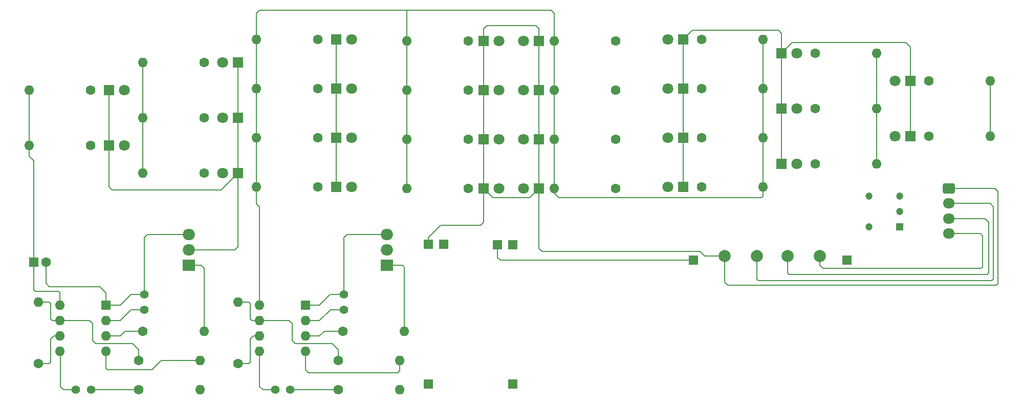
<source format=gbr>
%TF.GenerationSoftware,KiCad,Pcbnew,8.0.8*%
%TF.CreationDate,2025-03-28T10:57:28-04:00*%
%TF.ProjectId,rear_lights_unit,72656172-5f6c-4696-9768-74735f756e69,0*%
%TF.SameCoordinates,Original*%
%TF.FileFunction,Copper,L2,Bot*%
%TF.FilePolarity,Positive*%
%FSLAX46Y46*%
G04 Gerber Fmt 4.6, Leading zero omitted, Abs format (unit mm)*
G04 Created by KiCad (PCBNEW 8.0.8) date 2025-03-28 10:57:28*
%MOMM*%
%LPD*%
G01*
G04 APERTURE LIST*
G04 Aperture macros list*
%AMRoundRect*
0 Rectangle with rounded corners*
0 $1 Rounding radius*
0 $2 $3 $4 $5 $6 $7 $8 $9 X,Y pos of 4 corners*
0 Add a 4 corners polygon primitive as box body*
4,1,4,$2,$3,$4,$5,$6,$7,$8,$9,$2,$3,0*
0 Add four circle primitives for the rounded corners*
1,1,$1+$1,$2,$3*
1,1,$1+$1,$4,$5*
1,1,$1+$1,$6,$7*
1,1,$1+$1,$8,$9*
0 Add four rect primitives between the rounded corners*
20,1,$1+$1,$2,$3,$4,$5,0*
20,1,$1+$1,$4,$5,$6,$7,0*
20,1,$1+$1,$6,$7,$8,$9,0*
20,1,$1+$1,$8,$9,$2,$3,0*%
G04 Aperture macros list end*
%TA.AperFunction,ComponentPad*%
%ADD10R,2.000000X1.905000*%
%TD*%
%TA.AperFunction,ComponentPad*%
%ADD11O,2.000000X1.905000*%
%TD*%
%TA.AperFunction,ComponentPad*%
%ADD12R,1.800000X1.800000*%
%TD*%
%TA.AperFunction,ComponentPad*%
%ADD13C,1.800000*%
%TD*%
%TA.AperFunction,ComponentPad*%
%ADD14R,1.600000X1.600000*%
%TD*%
%TA.AperFunction,ComponentPad*%
%ADD15C,1.600000*%
%TD*%
%TA.AperFunction,ComponentPad*%
%ADD16O,1.600000X1.600000*%
%TD*%
%TA.AperFunction,ComponentPad*%
%ADD17R,1.524000X1.524000*%
%TD*%
%TA.AperFunction,ComponentPad*%
%ADD18C,1.400000*%
%TD*%
%TA.AperFunction,ComponentPad*%
%ADD19C,1.200000*%
%TD*%
%TA.AperFunction,ComponentPad*%
%ADD20R,1.200000X1.200000*%
%TD*%
%TA.AperFunction,ComponentPad*%
%ADD21C,2.000000*%
%TD*%
%TA.AperFunction,ComponentPad*%
%ADD22RoundRect,0.250000X-0.725000X0.600000X-0.725000X-0.600000X0.725000X-0.600000X0.725000X0.600000X0*%
%TD*%
%TA.AperFunction,ComponentPad*%
%ADD23O,1.950000X1.700000*%
%TD*%
%TA.AperFunction,Conductor*%
%ADD24C,0.200000*%
%TD*%
G04 APERTURE END LIST*
D10*
%TO.P,Q2,1,G*%
%TO.N,Net-(Q2-G)*%
X113030000Y-97282000D03*
D11*
%TO.P,Q2,2,D*%
%TO.N,Net-(D10-K)*%
X113030000Y-94742000D03*
%TO.P,Q2,3,S*%
%TO.N,GND*%
X113030000Y-92202000D03*
%TD*%
D10*
%TO.P,Q1,1,G*%
%TO.N,Net-(Q1-G)*%
X80264000Y-97282000D03*
D11*
%TO.P,Q1,2,D*%
%TO.N,Net-(D1-K)*%
X80264000Y-94742000D03*
%TO.P,Q1,3,S*%
%TO.N,GND*%
X80264000Y-92202000D03*
%TD*%
D12*
%TO.P,D1,1,K*%
%TO.N,Net-(D1-K)*%
X104638000Y-59944000D03*
D13*
%TO.P,D1,2,A*%
%TO.N,Net-(D1-A)*%
X107178000Y-59944000D03*
%TD*%
D12*
%TO.P,D11,1,K*%
%TO.N,Net-(D10-K)*%
X162052000Y-76200000D03*
D13*
%TO.P,D11,2,A*%
%TO.N,Net-(D11-A)*%
X159512000Y-76200000D03*
%TD*%
D12*
%TO.P,D23,1,K*%
%TO.N,GND*%
X138171000Y-76454000D03*
D13*
%TO.P,D23,2,A*%
%TO.N,Net-(D23-A)*%
X135631000Y-76454000D03*
%TD*%
D12*
%TO.P,D9,1,K*%
%TO.N,Net-(D10-K)*%
X162052000Y-59944000D03*
D13*
%TO.P,D9,2,A*%
%TO.N,Net-(D9-A)*%
X159512000Y-59944000D03*
%TD*%
D12*
%TO.P,D4,1,K*%
%TO.N,Net-(D1-K)*%
X104643000Y-84328000D03*
D13*
%TO.P,D4,2,A*%
%TO.N,Net-(D4-A)*%
X107183000Y-84328000D03*
%TD*%
D12*
%TO.P,D18,1,K*%
%TO.N,GND*%
X129022000Y-68326000D03*
D13*
%TO.P,D18,2,A*%
%TO.N,Net-(D18-A)*%
X131562000Y-68326000D03*
%TD*%
D12*
%TO.P,D25,1,K*%
%TO.N,Net-(D1-K)*%
X67046000Y-77470000D03*
D13*
%TO.P,D25,2,A*%
%TO.N,Net-(D25-A)*%
X69586000Y-77470000D03*
%TD*%
D12*
%TO.P,D14,1,K*%
%TO.N,Net-(D10-K)*%
X178303000Y-71374000D03*
D13*
%TO.P,D14,2,A*%
%TO.N,Net-(D14-A)*%
X180843000Y-71374000D03*
%TD*%
D12*
%TO.P,D12,1,K*%
%TO.N,Net-(D10-K)*%
X162052000Y-84328000D03*
D13*
%TO.P,D12,2,A*%
%TO.N,Net-(D12-A)*%
X159512000Y-84328000D03*
%TD*%
D12*
%TO.P,D24,1,K*%
%TO.N,GND*%
X138171000Y-84582000D03*
D13*
%TO.P,D24,2,A*%
%TO.N,Net-(D24-A)*%
X135631000Y-84582000D03*
%TD*%
D12*
%TO.P,D20,1,K*%
%TO.N,GND*%
X129017000Y-84582000D03*
D13*
%TO.P,D20,2,A*%
%TO.N,Net-(D20-A)*%
X131557000Y-84582000D03*
%TD*%
D12*
%TO.P,D7,1,K*%
%TO.N,Net-(D1-K)*%
X88387000Y-82042000D03*
D13*
%TO.P,D7,2,A*%
%TO.N,Net-(D7-A)*%
X85847000Y-82042000D03*
%TD*%
D12*
%TO.P,D6,1,K*%
%TO.N,Net-(D1-K)*%
X88387000Y-72898000D03*
D13*
%TO.P,D6,2,A*%
%TO.N,Net-(D6-A)*%
X85847000Y-72898000D03*
%TD*%
D12*
%TO.P,D17,1,K*%
%TO.N,GND*%
X129022000Y-60198000D03*
D13*
%TO.P,D17,2,A*%
%TO.N,Net-(D17-A)*%
X131562000Y-60198000D03*
%TD*%
D12*
%TO.P,D21,1,K*%
%TO.N,GND*%
X138171000Y-60198000D03*
D13*
%TO.P,D21,2,A*%
%TO.N,Net-(D21-A)*%
X135631000Y-60198000D03*
%TD*%
D12*
%TO.P,D13,1,K*%
%TO.N,Net-(D10-K)*%
X178298000Y-62230000D03*
D13*
%TO.P,D13,2,A*%
%TO.N,Net-(D13-A)*%
X180838000Y-62230000D03*
%TD*%
D12*
%TO.P,D22,1,K*%
%TO.N,GND*%
X138171000Y-68326000D03*
D13*
%TO.P,D22,2,A*%
%TO.N,Net-(D22-A)*%
X135631000Y-68326000D03*
%TD*%
D12*
%TO.P,D10,1,K*%
%TO.N,Net-(D10-K)*%
X162052000Y-68072000D03*
D13*
%TO.P,D10,2,A*%
%TO.N,Net-(D10-A)*%
X159512000Y-68072000D03*
%TD*%
D12*
%TO.P,D16,1,K*%
%TO.N,Net-(D10-K)*%
X199644000Y-66802000D03*
D13*
%TO.P,D16,2,A*%
%TO.N,Net-(D16-A)*%
X197104000Y-66802000D03*
%TD*%
D12*
%TO.P,D26,1,K*%
%TO.N,Net-(D10-K)*%
X199649000Y-75946000D03*
D13*
%TO.P,D26,2,A*%
%TO.N,Net-(D26-A)*%
X197109000Y-75946000D03*
%TD*%
D12*
%TO.P,D19,1,K*%
%TO.N,GND*%
X129022000Y-76454000D03*
D13*
%TO.P,D19,2,A*%
%TO.N,Net-(D19-A)*%
X131562000Y-76454000D03*
%TD*%
D12*
%TO.P,D15,1,K*%
%TO.N,Net-(D10-K)*%
X178298000Y-80518000D03*
D13*
%TO.P,D15,2,A*%
%TO.N,Net-(D15-A)*%
X180838000Y-80518000D03*
%TD*%
D12*
%TO.P,D3,1,K*%
%TO.N,Net-(D1-K)*%
X104643000Y-76200000D03*
D13*
%TO.P,D3,2,A*%
%TO.N,Net-(D3-A)*%
X107183000Y-76200000D03*
%TD*%
D12*
%TO.P,D8,1,K*%
%TO.N,Net-(D1-K)*%
X67046000Y-68326000D03*
D13*
%TO.P,D8,2,A*%
%TO.N,Net-(D8-A)*%
X69586000Y-68326000D03*
%TD*%
D12*
%TO.P,D2,1,K*%
%TO.N,Net-(D1-K)*%
X104638000Y-68072000D03*
D13*
%TO.P,D2,2,A*%
%TO.N,Net-(D2-A)*%
X107178000Y-68072000D03*
%TD*%
D12*
%TO.P,D5,1,K*%
%TO.N,Net-(D1-K)*%
X88387000Y-63754000D03*
D13*
%TO.P,D5,2,A*%
%TO.N,Net-(D5-A)*%
X85847000Y-63754000D03*
%TD*%
D14*
%TO.P,C5,1*%
%TO.N,V_BATT*%
X54610000Y-96774000D03*
D15*
%TO.P,C5,2*%
%TO.N,GND*%
X56610000Y-96774000D03*
%TD*%
%TO.P,R4,1*%
%TO.N,Net-(D4-A)*%
X101595000Y-84328000D03*
D16*
%TO.P,R4,2*%
%TO.N,V_BATT*%
X91435000Y-84328000D03*
%TD*%
D17*
%TO.P,U3,1,V_USB*%
%TO.N,unconnected-(U3-V_USB-Pad1)*%
X133888000Y-116952000D03*
%TO.P,U3,2,GND_USB*%
%TO.N,unconnected-(U3-GND_USB-Pad2)*%
X119888000Y-116952000D03*
%TO.P,U3,3,B+*%
%TO.N,Net-(BT1-+)*%
X131348000Y-93952000D03*
%TO.P,U3,4,B-*%
%TO.N,Net-(BT1--)*%
X122428000Y-93842000D03*
%TO.P,U3,5,OUT+*%
%TO.N,Net-(SW2-A)*%
X133888000Y-93952000D03*
%TO.P,U3,6,OUT-*%
%TO.N,GND*%
X119888000Y-93842000D03*
%TD*%
D18*
%TO.P,C4,1*%
%TO.N,GND*%
X105875000Y-102138000D03*
%TO.P,C4,2*%
%TO.N,Net-(U2-THR)*%
X105875000Y-104638000D03*
%TD*%
D15*
%TO.P,R12,1*%
%TO.N,Net-(D12-A)*%
X165095000Y-84328000D03*
D16*
%TO.P,R12,2*%
%TO.N,V_BATT*%
X175255000Y-84328000D03*
%TD*%
D15*
%TO.P,R27,1*%
%TO.N,Net-(U1-Q)*%
X72644000Y-108204000D03*
D16*
%TO.P,R27,2*%
%TO.N,Net-(Q1-G)*%
X82804000Y-108204000D03*
%TD*%
D15*
%TO.P,R7,1*%
%TO.N,Net-(D7-A)*%
X82799000Y-82042000D03*
D16*
%TO.P,R7,2*%
%TO.N,V_BATT*%
X72639000Y-82042000D03*
%TD*%
D15*
%TO.P,R16,1*%
%TO.N,Net-(D16-A)*%
X202687000Y-66802000D03*
D16*
%TO.P,R16,2*%
%TO.N,V_BATT*%
X212847000Y-66802000D03*
%TD*%
D15*
%TO.P,R29,1*%
%TO.N,Net-(U2-DIS)*%
X104945000Y-113030000D03*
D16*
%TO.P,R29,2*%
%TO.N,RIGHT_TURN_EN*%
X115105000Y-113030000D03*
%TD*%
D15*
%TO.P,R32,1*%
%TO.N,Net-(U2-Q)*%
X105707000Y-108204000D03*
D16*
%TO.P,R32,2*%
%TO.N,Net-(Q2-G)*%
X115867000Y-108204000D03*
%TD*%
D19*
%TO.P,SW2,*%
%TO.N,*%
X192786000Y-90932000D03*
X192786000Y-85852000D03*
D20*
%TO.P,SW2,1,A*%
%TO.N,Net-(SW2-A)*%
X197866000Y-90932000D03*
D19*
%TO.P,SW2,2,B*%
%TO.N,V_BATT*%
X197866000Y-88392000D03*
%TO.P,SW2,3*%
%TO.N,N/C*%
X197866000Y-85852000D03*
%TD*%
D15*
%TO.P,R20,1*%
%TO.N,Net-(D20-A)*%
X126487000Y-84582000D03*
D16*
%TO.P,R20,2*%
%TO.N,V_BATT*%
X116327000Y-84582000D03*
%TD*%
D15*
%TO.P,R5,1*%
%TO.N,Net-(D5-A)*%
X82799000Y-63754000D03*
D16*
%TO.P,R5,2*%
%TO.N,V_BATT*%
X72639000Y-63754000D03*
%TD*%
D15*
%TO.P,R17,1*%
%TO.N,Net-(D17-A)*%
X126487000Y-60198000D03*
D16*
%TO.P,R17,2*%
%TO.N,V_BATT*%
X116327000Y-60198000D03*
%TD*%
D21*
%TO.P,TP1,1,1*%
%TO.N,V_BATT*%
X184658000Y-95758000D03*
%TD*%
D15*
%TO.P,R34,1*%
%TO.N,Net-(D26-A)*%
X202687000Y-75946000D03*
D16*
%TO.P,R34,2*%
%TO.N,V_BATT*%
X212847000Y-75946000D03*
%TD*%
D15*
%TO.P,R10,1*%
%TO.N,Net-(D10-A)*%
X165095000Y-68072000D03*
D16*
%TO.P,R10,2*%
%TO.N,V_BATT*%
X175255000Y-68072000D03*
%TD*%
D15*
%TO.P,R19,1*%
%TO.N,Net-(D19-A)*%
X126487000Y-76454000D03*
D16*
%TO.P,R19,2*%
%TO.N,V_BATT*%
X116327000Y-76454000D03*
%TD*%
D18*
%TO.P,C1,1*%
%TO.N,Net-(U1-CV)*%
X61574000Y-117856000D03*
%TO.P,C1,2*%
%TO.N,GND*%
X64074000Y-117856000D03*
%TD*%
D14*
%TO.P,U2,1,GND*%
%TO.N,GND*%
X99568000Y-103896000D03*
D16*
%TO.P,U2,2,TR*%
%TO.N,Net-(U2-THR)*%
X99568000Y-106436000D03*
%TO.P,U2,3,Q*%
%TO.N,Net-(U2-Q)*%
X99568000Y-108976000D03*
%TO.P,U2,4,R*%
%TO.N,RIGHT_TURN_EN*%
X99568000Y-111516000D03*
%TO.P,U2,5,CV*%
%TO.N,Net-(U2-CV)*%
X91948000Y-111516000D03*
%TO.P,U2,6,THR*%
%TO.N,Net-(U2-THR)*%
X91948000Y-108976000D03*
%TO.P,U2,7,DIS*%
%TO.N,Net-(U2-DIS)*%
X91948000Y-106436000D03*
%TO.P,U2,8,VCC*%
%TO.N,V_BATT*%
X91948000Y-103896000D03*
%TD*%
D21*
%TO.P,TP4,1,1*%
%TO.N,RIGHT_TURN_EN*%
X174244000Y-95758000D03*
%TD*%
D15*
%TO.P,R15,1*%
%TO.N,Net-(D15-A)*%
X183891000Y-80518000D03*
D16*
%TO.P,R15,2*%
%TO.N,V_BATT*%
X194051000Y-80518000D03*
%TD*%
D15*
%TO.P,R26,1*%
%TO.N,Net-(U1-THR)*%
X55372000Y-113548000D03*
D16*
%TO.P,R26,2*%
%TO.N,Net-(U1-DIS)*%
X55372000Y-103388000D03*
%TD*%
D15*
%TO.P,R2,1*%
%TO.N,Net-(D2-A)*%
X101595000Y-68072000D03*
D16*
%TO.P,R2,2*%
%TO.N,V_BATT*%
X91435000Y-68072000D03*
%TD*%
D18*
%TO.P,C2,1*%
%TO.N,GND*%
X72898000Y-102138000D03*
%TO.P,C2,2*%
%TO.N,Net-(U1-THR)*%
X72898000Y-104638000D03*
%TD*%
D15*
%TO.P,R30,1*%
%TO.N,Net-(U2-THR)*%
X88349000Y-113548000D03*
D16*
%TO.P,R30,2*%
%TO.N,Net-(U2-DIS)*%
X88349000Y-103388000D03*
%TD*%
D22*
%TO.P,J1,1,Pin_1*%
%TO.N,GND*%
X205994000Y-84582000D03*
D23*
%TO.P,J1,2,Pin_2*%
%TO.N,RIGHT_TURN_EN*%
X205994000Y-87082000D03*
%TO.P,J1,3,Pin_3*%
%TO.N,LEFT_TURN_EN*%
X205994000Y-89582000D03*
%TO.P,J1,4,Pin_4*%
%TO.N,V_BATT*%
X205994000Y-92082000D03*
%TD*%
D21*
%TO.P,TP2,1,1*%
%TO.N,GND*%
X168910000Y-95758000D03*
%TD*%
D15*
%TO.P,R31,1*%
%TO.N,GND*%
X104945000Y-117856000D03*
D16*
%TO.P,R31,2*%
%TO.N,Net-(Q2-G)*%
X115105000Y-117856000D03*
%TD*%
D15*
%TO.P,R14,1*%
%TO.N,Net-(D14-A)*%
X183891000Y-71374000D03*
D16*
%TO.P,R14,2*%
%TO.N,V_BATT*%
X194051000Y-71374000D03*
%TD*%
D17*
%TO.P,BT1,1,+*%
%TO.N,Net-(BT1-+)*%
X163705100Y-96482100D03*
%TO.P,BT1,2,-*%
%TO.N,Net-(BT1--)*%
X189105100Y-96482100D03*
%TD*%
D15*
%TO.P,R33,1*%
%TO.N,Net-(D25-A)*%
X64003000Y-77470000D03*
D16*
%TO.P,R33,2*%
%TO.N,V_BATT*%
X53843000Y-77470000D03*
%TD*%
D15*
%TO.P,R11,1*%
%TO.N,Net-(D11-A)*%
X165095000Y-76200000D03*
D16*
%TO.P,R11,2*%
%TO.N,V_BATT*%
X175255000Y-76200000D03*
%TD*%
D15*
%TO.P,R21,1*%
%TO.N,Net-(D21-A)*%
X150871000Y-60198000D03*
D16*
%TO.P,R21,2*%
%TO.N,V_BATT*%
X140711000Y-60198000D03*
%TD*%
D15*
%TO.P,R18,1*%
%TO.N,Net-(D18-A)*%
X126487000Y-68326000D03*
D16*
%TO.P,R18,2*%
%TO.N,V_BATT*%
X116327000Y-68326000D03*
%TD*%
D15*
%TO.P,R25,1*%
%TO.N,Net-(U1-DIS)*%
X71968000Y-113030000D03*
D16*
%TO.P,R25,2*%
%TO.N,LEFT_TURN_EN*%
X82128000Y-113030000D03*
%TD*%
D15*
%TO.P,R22,1*%
%TO.N,Net-(D22-A)*%
X150871000Y-68326000D03*
D16*
%TO.P,R22,2*%
%TO.N,V_BATT*%
X140711000Y-68326000D03*
%TD*%
D15*
%TO.P,R28,1*%
%TO.N,GND*%
X71968000Y-117856000D03*
D16*
%TO.P,R28,2*%
%TO.N,Net-(Q1-G)*%
X82128000Y-117856000D03*
%TD*%
D15*
%TO.P,R3,1*%
%TO.N,Net-(D3-A)*%
X101595000Y-76200000D03*
D16*
%TO.P,R3,2*%
%TO.N,V_BATT*%
X91435000Y-76200000D03*
%TD*%
D15*
%TO.P,R23,1*%
%TO.N,Net-(D23-A)*%
X150871000Y-76454000D03*
D16*
%TO.P,R23,2*%
%TO.N,V_BATT*%
X140711000Y-76454000D03*
%TD*%
D15*
%TO.P,R1,1*%
%TO.N,Net-(D1-A)*%
X101595000Y-59944000D03*
D16*
%TO.P,R1,2*%
%TO.N,V_BATT*%
X91435000Y-59944000D03*
%TD*%
D18*
%TO.P,C3,1*%
%TO.N,Net-(U2-CV)*%
X94551000Y-117856000D03*
%TO.P,C3,2*%
%TO.N,GND*%
X97051000Y-117856000D03*
%TD*%
D15*
%TO.P,R9,1*%
%TO.N,Net-(D9-A)*%
X165095000Y-59944000D03*
D16*
%TO.P,R9,2*%
%TO.N,V_BATT*%
X175255000Y-59944000D03*
%TD*%
D14*
%TO.P,U1,1,GND*%
%TO.N,GND*%
X66538000Y-103896000D03*
D16*
%TO.P,U1,2,TR*%
%TO.N,Net-(U1-THR)*%
X66538000Y-106436000D03*
%TO.P,U1,3,Q*%
%TO.N,Net-(U1-Q)*%
X66538000Y-108976000D03*
%TO.P,U1,4,R*%
%TO.N,LEFT_TURN_EN*%
X66538000Y-111516000D03*
%TO.P,U1,5,CV*%
%TO.N,Net-(U1-CV)*%
X58918000Y-111516000D03*
%TO.P,U1,6,THR*%
%TO.N,Net-(U1-THR)*%
X58918000Y-108976000D03*
%TO.P,U1,7,DIS*%
%TO.N,Net-(U1-DIS)*%
X58918000Y-106436000D03*
%TO.P,U1,8,VCC*%
%TO.N,V_BATT*%
X58918000Y-103896000D03*
%TD*%
D15*
%TO.P,R6,1*%
%TO.N,Net-(D6-A)*%
X82799000Y-72898000D03*
D16*
%TO.P,R6,2*%
%TO.N,V_BATT*%
X72639000Y-72898000D03*
%TD*%
D21*
%TO.P,TP3,1,1*%
%TO.N,LEFT_TURN_EN*%
X179324000Y-95758000D03*
%TD*%
D15*
%TO.P,R24,1*%
%TO.N,Net-(D24-A)*%
X150871000Y-84582000D03*
D16*
%TO.P,R24,2*%
%TO.N,V_BATT*%
X140711000Y-84582000D03*
%TD*%
D15*
%TO.P,R8,1*%
%TO.N,Net-(D8-A)*%
X64003000Y-68326000D03*
D16*
%TO.P,R8,2*%
%TO.N,V_BATT*%
X53843000Y-68326000D03*
%TD*%
D15*
%TO.P,R13,1*%
%TO.N,Net-(D13-A)*%
X183891000Y-62230000D03*
D16*
%TO.P,R13,2*%
%TO.N,V_BATT*%
X194051000Y-62230000D03*
%TD*%
D24*
%TO.N,V_BATT*%
X116327000Y-60198000D02*
X116327000Y-55123000D01*
X116327000Y-55123000D02*
X116332000Y-55118000D01*
X116332000Y-55118000D02*
X115316000Y-55118000D01*
X140208000Y-55118000D02*
X116332000Y-55118000D01*
X140716000Y-55626000D02*
X140208000Y-55118000D01*
X140711000Y-60198000D02*
X140711000Y-55631000D01*
X140711000Y-55631000D02*
X140716000Y-55626000D01*
X91948000Y-55118000D02*
X115316000Y-55118000D01*
%TO.N,GND*%
X138171000Y-94483000D02*
X138684000Y-94996000D01*
X138171000Y-84582000D02*
X138171000Y-94483000D01*
X165608000Y-95758000D02*
X168910000Y-95758000D01*
X164846000Y-94996000D02*
X165608000Y-95758000D01*
X138684000Y-94996000D02*
X164846000Y-94996000D01*
%TO.N,Net-(D1-K)*%
X88387000Y-94229000D02*
X88387000Y-82042000D01*
X87884000Y-94742000D02*
X88392000Y-94234000D01*
X88392000Y-94234000D02*
X88387000Y-94229000D01*
X80264000Y-94742000D02*
X87884000Y-94742000D01*
X85598000Y-84836000D02*
X69088000Y-84836000D01*
X88387000Y-82042000D02*
X88387000Y-82047000D01*
X67564000Y-84836000D02*
X69088000Y-84836000D01*
X88387000Y-82047000D02*
X85598000Y-84836000D01*
X67046000Y-84318000D02*
X67564000Y-84836000D01*
X67046000Y-77470000D02*
X67046000Y-84318000D01*
%TO.N,V_BATT*%
X53848000Y-78994000D02*
X53843000Y-78989000D01*
X53848000Y-79248000D02*
X53848000Y-78994000D01*
X54610000Y-80010000D02*
X53848000Y-79248000D01*
X54610000Y-96774000D02*
X54610000Y-80010000D01*
X53843000Y-78989000D02*
X53843000Y-77470000D01*
%TO.N,Net-(Q1-G)*%
X82296000Y-97282000D02*
X80264000Y-97282000D01*
X82804000Y-97790000D02*
X82296000Y-97282000D01*
X82804000Y-108204000D02*
X82804000Y-97790000D01*
%TO.N,Net-(U1-Q)*%
X72644000Y-108204000D02*
X69682000Y-108204000D01*
%TO.N,Net-(Q2-G)*%
X115570000Y-97282000D02*
X113030000Y-97282000D01*
X115867000Y-97579000D02*
X115570000Y-97282000D01*
X115867000Y-108204000D02*
X115867000Y-97579000D01*
X115867000Y-108204000D02*
X115824000Y-108204000D01*
%TO.N,Net-(D10-K)*%
X178303000Y-71125000D02*
X178298000Y-71120000D01*
X178298000Y-71120000D02*
X178298000Y-62230000D01*
X178303000Y-71374000D02*
X178303000Y-71125000D01*
X178298000Y-71379000D02*
X178303000Y-71374000D01*
X178298000Y-80518000D02*
X178298000Y-71379000D01*
%TO.N,Net-(D1-K)*%
X104638000Y-68072000D02*
X104638000Y-59944000D01*
X104643000Y-68077000D02*
X104638000Y-68072000D01*
X104643000Y-76200000D02*
X104643000Y-68077000D01*
X104643000Y-84328000D02*
X104643000Y-76200000D01*
%TO.N,V_BATT*%
X91435000Y-55631000D02*
X91948000Y-55118000D01*
X91435000Y-59944000D02*
X91435000Y-55631000D01*
X91435000Y-87117000D02*
X91435000Y-84328000D01*
X91948000Y-87630000D02*
X91435000Y-87117000D01*
X91948000Y-103896000D02*
X91948000Y-87630000D01*
%TO.N,GND*%
X138171000Y-84582000D02*
X138171000Y-84587000D01*
X130556000Y-86106000D02*
X136652000Y-86106000D01*
X138171000Y-84587000D02*
X136652000Y-86106000D01*
%TO.N,Net-(U1-CV)*%
X59522000Y-117856000D02*
X59004000Y-117338000D01*
X61574000Y-117856000D02*
X59522000Y-117856000D01*
X59004000Y-117338000D02*
X59004000Y-111516000D01*
%TO.N,GND*%
X105875000Y-102138000D02*
X103645000Y-102138000D01*
X66634000Y-103906000D02*
X66624000Y-103896000D01*
X65532000Y-100838000D02*
X66548000Y-101854000D01*
X213868000Y-100584000D02*
X214122000Y-100330000D01*
X113030000Y-92202000D02*
X106383000Y-92202000D01*
X97051000Y-117856000D02*
X104945000Y-117856000D01*
X72898000Y-102138000D02*
X70668000Y-102138000D01*
X138171000Y-76454000D02*
X138171000Y-68326000D01*
X70668000Y-102138000D02*
X68910000Y-103896000D01*
X129017000Y-90170000D02*
X129017000Y-84582000D01*
X129017000Y-84582000D02*
X129032000Y-84582000D01*
X129022000Y-58684000D02*
X129022000Y-60198000D01*
X129032000Y-58166000D02*
X129032000Y-58674000D01*
X57150000Y-100838000D02*
X65532000Y-100838000D01*
X68910000Y-103896000D02*
X66624000Y-103896000D01*
X129032000Y-84582000D02*
X130556000Y-86106000D01*
X168910000Y-100076000D02*
X169418000Y-100584000D01*
X72898000Y-92710000D02*
X73406000Y-92202000D01*
X129022000Y-68326000D02*
X129022000Y-60198000D01*
X64074000Y-117856000D02*
X71968000Y-117856000D01*
X213614000Y-84582000D02*
X205994000Y-84582000D01*
X129540000Y-57658000D02*
X129032000Y-58166000D01*
X214122000Y-85090000D02*
X213614000Y-84582000D01*
X138171000Y-58171000D02*
X138176000Y-58166000D01*
X73406000Y-92202000D02*
X80264000Y-92202000D01*
X103645000Y-102138000D02*
X101887000Y-103896000D01*
X106383000Y-92202000D02*
X105875000Y-92710000D01*
X129017000Y-84582000D02*
X129017000Y-76459000D01*
X129017000Y-76459000D02*
X129022000Y-76454000D01*
X66538000Y-101864000D02*
X66538000Y-103896000D01*
X168910000Y-95758000D02*
X168910000Y-100076000D01*
X138171000Y-60198000D02*
X138171000Y-58171000D01*
X72898000Y-102138000D02*
X72898000Y-92710000D01*
X56610000Y-96774000D02*
X56610000Y-100298000D01*
X66548000Y-101854000D02*
X66538000Y-101864000D01*
X138176000Y-58166000D02*
X137668000Y-57658000D01*
X169418000Y-100584000D02*
X213868000Y-100584000D01*
X119888000Y-92710000D02*
X121920000Y-90678000D01*
X119888000Y-93842000D02*
X119888000Y-92710000D01*
X138171000Y-68326000D02*
X138171000Y-60198000D01*
X99611000Y-103906000D02*
X99601000Y-103896000D01*
X105875000Y-92710000D02*
X105875000Y-102138000D01*
X56610000Y-100298000D02*
X57150000Y-100838000D01*
X129032000Y-58674000D02*
X129022000Y-58684000D01*
X128509000Y-90678000D02*
X129017000Y-90170000D01*
X121920000Y-90678000D02*
X128509000Y-90678000D01*
X137668000Y-57658000D02*
X129540000Y-57658000D01*
X101887000Y-103896000D02*
X99601000Y-103896000D01*
X129022000Y-76454000D02*
X129022000Y-68326000D01*
X138171000Y-84582000D02*
X138171000Y-76454000D01*
X214122000Y-100330000D02*
X214122000Y-85090000D01*
%TO.N,Net-(U1-THR)*%
X57150000Y-113548000D02*
X57404000Y-113294000D01*
X70708000Y-104638000D02*
X68910000Y-106436000D01*
X57912000Y-108976000D02*
X58918000Y-108976000D01*
X55372000Y-113548000D02*
X57150000Y-113548000D01*
X68910000Y-106436000D02*
X66624000Y-106436000D01*
X57404000Y-113294000D02*
X57404000Y-109484000D01*
X58994000Y-108966000D02*
X59004000Y-108976000D01*
X57404000Y-109484000D02*
X57912000Y-108976000D01*
X66654000Y-106406000D02*
X66624000Y-106436000D01*
X72898000Y-104638000D02*
X70708000Y-104638000D01*
%TO.N,Net-(U2-CV)*%
X91981000Y-117338000D02*
X91981000Y-111516000D01*
X94551000Y-117856000D02*
X92499000Y-117856000D01*
X92499000Y-117856000D02*
X91981000Y-117338000D01*
%TO.N,Net-(U2-THR)*%
X90889000Y-108976000D02*
X91895000Y-108976000D01*
X99631000Y-106406000D02*
X99601000Y-106436000D01*
X101887000Y-106436000D02*
X99601000Y-106436000D01*
X105875000Y-104638000D02*
X103685000Y-104638000D01*
X90381000Y-113294000D02*
X90381000Y-109484000D01*
X103685000Y-104638000D02*
X101887000Y-106436000D01*
X90381000Y-109484000D02*
X90889000Y-108976000D01*
X88349000Y-113548000D02*
X90127000Y-113548000D01*
X91971000Y-108966000D02*
X91981000Y-108976000D01*
X90127000Y-113548000D02*
X90381000Y-113294000D01*
%TO.N,Net-(D1-K)*%
X67046000Y-77470000D02*
X67046000Y-68326000D01*
X88387000Y-72898000D02*
X88387000Y-63754000D01*
X88387000Y-82042000D02*
X88387000Y-72898000D01*
%TO.N,Net-(D10-K)*%
X162052000Y-84328000D02*
X162052000Y-76200000D01*
X180076000Y-60452000D02*
X180340000Y-60452000D01*
X199649000Y-66807000D02*
X199644000Y-66802000D01*
X162052000Y-76200000D02*
X162052000Y-68072000D01*
X178308000Y-59182000D02*
X178308000Y-58928000D01*
X163576000Y-58420000D02*
X162052000Y-59944000D01*
X199644000Y-61214000D02*
X198882000Y-60452000D01*
X198882000Y-60452000D02*
X180340000Y-60452000D01*
X178298000Y-62230000D02*
X180076000Y-60452000D01*
X178308000Y-58928000D02*
X177800000Y-58420000D01*
X199649000Y-75946000D02*
X199649000Y-66807000D01*
X178298000Y-59192000D02*
X178308000Y-59182000D01*
X162052000Y-68072000D02*
X162052000Y-59944000D01*
X178298000Y-62230000D02*
X178298000Y-59192000D01*
X177800000Y-58420000D02*
X163576000Y-58420000D01*
X199644000Y-66802000D02*
X199644000Y-61214000D01*
%TO.N,RIGHT_TURN_EN*%
X213106000Y-99822000D02*
X213360000Y-99568000D01*
X114808000Y-115062000D02*
X100076000Y-115062000D01*
X115105000Y-114765000D02*
X114808000Y-115062000D01*
X99568000Y-114554000D02*
X99568000Y-111516000D01*
X100076000Y-115062000D02*
X99568000Y-114554000D01*
X213360000Y-87630000D02*
X212812000Y-87082000D01*
X174498000Y-99822000D02*
X213106000Y-99822000D01*
X213360000Y-99568000D02*
X213360000Y-87630000D01*
X174244000Y-99568000D02*
X174498000Y-99822000D01*
X99611000Y-111506000D02*
X99601000Y-111516000D01*
X174244000Y-95758000D02*
X174244000Y-99568000D01*
X115105000Y-113030000D02*
X115105000Y-114765000D01*
X212812000Y-87082000D02*
X205994000Y-87082000D01*
%TO.N,LEFT_TURN_EN*%
X212010000Y-89582000D02*
X205994000Y-89582000D01*
X82128000Y-113030000D02*
X75692000Y-113030000D01*
X212598000Y-98552000D02*
X212598000Y-90170000D01*
X74168000Y-114554000D02*
X66802000Y-114554000D01*
X212344000Y-98806000D02*
X212598000Y-98552000D01*
X179324000Y-95758000D02*
X179324000Y-98552000D01*
X66538000Y-114290000D02*
X66538000Y-111516000D01*
X179324000Y-98552000D02*
X179578000Y-98806000D01*
X212598000Y-90170000D02*
X212010000Y-89582000D01*
X66634000Y-111506000D02*
X66624000Y-111516000D01*
X75692000Y-113030000D02*
X74168000Y-114554000D01*
X66802000Y-114554000D02*
X66538000Y-114290000D01*
X179578000Y-98806000D02*
X212344000Y-98806000D01*
%TO.N,Net-(U1-DIS)*%
X57658000Y-106436000D02*
X57404000Y-106182000D01*
X57404000Y-103642000D02*
X57150000Y-103388000D01*
X64348000Y-106934000D02*
X64348000Y-109728000D01*
X59004000Y-106436000D02*
X63850000Y-106436000D01*
X63850000Y-106436000D02*
X64348000Y-106934000D01*
X71968000Y-111252000D02*
X71968000Y-113030000D01*
X57404000Y-106182000D02*
X57404000Y-103642000D01*
X64348000Y-109728000D02*
X64856000Y-110236000D01*
X64856000Y-110236000D02*
X70952000Y-110236000D01*
X70952000Y-110236000D02*
X71968000Y-111252000D01*
X57150000Y-103388000D02*
X55372000Y-103388000D01*
X58918000Y-106436000D02*
X57658000Y-106436000D01*
%TO.N,Net-(U1-Q)*%
X66624000Y-108976000D02*
X68910000Y-108976000D01*
X68910000Y-108976000D02*
X69682000Y-108204000D01*
%TO.N,Net-(U2-DIS)*%
X97325000Y-109728000D02*
X97833000Y-110236000D01*
X90381000Y-106182000D02*
X90381000Y-103642000D01*
X97325000Y-106934000D02*
X97325000Y-109728000D01*
X103929000Y-110236000D02*
X104945000Y-111252000D01*
X104945000Y-111252000D02*
X104945000Y-113030000D01*
X91895000Y-106436000D02*
X90635000Y-106436000D01*
X91981000Y-106436000D02*
X96827000Y-106436000D01*
X96827000Y-106436000D02*
X97325000Y-106934000D01*
X90127000Y-103388000D02*
X88349000Y-103388000D01*
X90381000Y-103642000D02*
X90127000Y-103388000D01*
X90635000Y-106436000D02*
X90381000Y-106182000D01*
X97833000Y-110236000D02*
X103929000Y-110236000D01*
%TO.N,Net-(U2-Q)*%
X99601000Y-108976000D02*
X101887000Y-108976000D01*
X101887000Y-108976000D02*
X102659000Y-108204000D01*
X102659000Y-108204000D02*
X105707000Y-108204000D01*
%TO.N,Net-(BT1-+)*%
X131830100Y-96490100D02*
X163705100Y-96490100D01*
X131348000Y-93952000D02*
X131348000Y-96008000D01*
X131348000Y-96008000D02*
X131830100Y-96490100D01*
%TO.N,V_BATT*%
X72639000Y-72898000D02*
X72639000Y-82042000D01*
X175006000Y-86106000D02*
X175255000Y-85857000D01*
X116327000Y-76454000D02*
X116327000Y-84582000D01*
X211582000Y-97536000D02*
X211582000Y-96266000D01*
X140711000Y-68326000D02*
X140711000Y-76454000D01*
X184912000Y-96520000D02*
X184658000Y-96266000D01*
X205994000Y-92082000D02*
X211208000Y-92082000D01*
X175255000Y-68072000D02*
X175255000Y-59944000D01*
X175255000Y-76200000D02*
X175255000Y-68072000D01*
X91435000Y-84328000D02*
X91435000Y-76200000D01*
X54610000Y-96774000D02*
X54610000Y-101346000D01*
X140711000Y-85339000D02*
X141478000Y-86106000D01*
X141478000Y-86106000D02*
X175006000Y-86106000D01*
X140711000Y-68326000D02*
X140711000Y-60198000D01*
X175255000Y-85857000D02*
X175255000Y-84328000D01*
X140711000Y-84582000D02*
X140711000Y-85339000D01*
X116327000Y-60198000D02*
X116327000Y-68326000D01*
X58918000Y-101844000D02*
X58674000Y-101600000D01*
X140711000Y-76454000D02*
X140711000Y-84582000D01*
X211328000Y-97790000D02*
X211582000Y-97536000D01*
X116327000Y-68326000D02*
X116327000Y-76454000D01*
X91435000Y-76200000D02*
X91435000Y-68072000D01*
X54610000Y-96774000D02*
X53848000Y-96012000D01*
X194051000Y-80518000D02*
X194051000Y-71374000D01*
X211582000Y-92456000D02*
X211582000Y-96266000D01*
X184658000Y-95758000D02*
X184658000Y-97282000D01*
X211208000Y-92082000D02*
X211582000Y-92456000D01*
X53843000Y-77470000D02*
X53843000Y-68326000D01*
X72639000Y-63754000D02*
X72639000Y-72898000D01*
X175255000Y-84328000D02*
X175255000Y-76200000D01*
X91435000Y-59944000D02*
X91435000Y-68072000D01*
X194051000Y-71374000D02*
X194051000Y-62230000D01*
X185166000Y-97790000D02*
X211328000Y-97790000D01*
X212847000Y-75946000D02*
X212847000Y-66802000D01*
X58918000Y-103896000D02*
X58918000Y-101844000D01*
X58674000Y-101600000D02*
X54864000Y-101600000D01*
X54610000Y-101346000D02*
X54864000Y-101600000D01*
X184658000Y-97282000D02*
X185166000Y-97790000D01*
%TD*%
M02*

</source>
